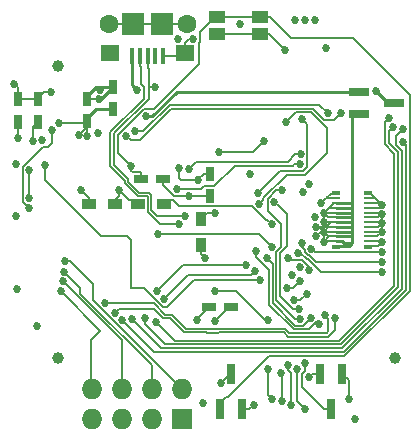
<source format=gbl>
G04 #@! TF.FileFunction,Copper,L4,Bot,Signal*
%FSLAX46Y46*%
G04 Gerber Fmt 4.6, Leading zero omitted, Abs format (unit mm)*
G04 Created by KiCad (PCBNEW (2015-11-03 BZR 6296)-product) date Sunday, November 08, 2015 'AMt' 09:49:25 AM*
%MOMM*%
G01*
G04 APERTURE LIST*
%ADD10C,0.100000*%
%ADD11R,1.600000X1.400000*%
%ADD12R,0.400000X1.350000*%
%ADD13R,1.900000X1.900000*%
%ADD14C,1.600000*%
%ADD15R,0.660000X0.230000*%
%ADD16R,0.660000X0.350000*%
%ADD17R,0.750000X1.200000*%
%ADD18R,1.200000X0.750000*%
%ADD19R,1.727200X1.727200*%
%ADD20O,1.727200X1.727200*%
%ADD21R,0.900000X1.200000*%
%ADD22R,1.200000X0.900000*%
%ADD23R,1.800860X0.800100*%
%ADD24R,0.800100X1.800860*%
%ADD25R,1.400000X1.050000*%
%ADD26C,1.000000*%
%ADD27C,0.685800*%
%ADD28C,0.685801*%
%ADD29C,0.254000*%
%ADD30C,0.152400*%
%ADD31C,0.175000*%
G04 APERTURE END LIST*
D10*
D11*
X139100000Y-93900000D03*
X145500000Y-93900000D03*
D12*
X141000000Y-94125000D03*
X141650000Y-94125000D03*
X142300000Y-94125000D03*
X142950000Y-94125000D03*
X143600000Y-94125000D03*
D13*
X141100000Y-91450000D03*
X143500000Y-91450000D03*
D14*
X139000000Y-91450000D03*
X145600000Y-91450000D03*
D15*
X161005000Y-106200000D03*
X158295000Y-106200000D03*
X161005000Y-109800000D03*
X158295000Y-109800000D03*
D16*
X161005000Y-105725000D03*
X158295000Y-105725000D03*
X161005000Y-110275000D03*
X158295000Y-110275000D03*
D15*
X158295000Y-109400000D03*
X161005000Y-109400000D03*
X158295000Y-109000000D03*
X161005000Y-109000000D03*
X158295000Y-108600000D03*
X161005000Y-108600000D03*
X158295000Y-108200000D03*
X161005000Y-108200000D03*
X158295000Y-107800000D03*
X161005000Y-107800000D03*
X158295000Y-107400000D03*
X161005000Y-107400000D03*
X158295000Y-107000000D03*
X161005000Y-107000000D03*
X158295000Y-106600000D03*
X161005000Y-106600000D03*
D17*
X131300000Y-99700000D03*
X131300000Y-97800000D03*
X133000000Y-99700000D03*
X133000000Y-97800000D03*
X137200000Y-97750000D03*
X137200000Y-99650000D03*
X147600000Y-106000000D03*
X147600000Y-104100000D03*
D18*
X149400000Y-115400000D03*
X147500000Y-115400000D03*
D19*
X145200000Y-124900000D03*
D20*
X145200000Y-122360000D03*
X142660000Y-124900000D03*
X142660000Y-122360000D03*
X140120000Y-124900000D03*
X140120000Y-122360000D03*
X137580000Y-124900000D03*
X137580000Y-122360000D03*
D21*
X146800000Y-110150000D03*
X146800000Y-107950000D03*
D22*
X143700000Y-106700000D03*
X141500000Y-106700000D03*
X139550000Y-106700000D03*
X137350000Y-106700000D03*
D18*
X141750000Y-104520000D03*
X143650000Y-104520000D03*
D23*
X160178860Y-99070000D03*
X160178860Y-97170000D03*
X163181140Y-98120000D03*
D24*
X150330000Y-124060000D03*
X148430000Y-124060000D03*
X149380000Y-121057720D03*
X156880000Y-121040000D03*
X158780000Y-121040000D03*
X157830000Y-124042280D03*
D25*
X151790000Y-92260000D03*
X148190000Y-92260000D03*
X151790000Y-90810000D03*
X148190000Y-90810000D03*
D26*
X134700000Y-119700000D03*
X163250000Y-119700000D03*
X134700000Y-94950000D03*
D17*
X139350000Y-96750000D03*
X139350000Y-98650000D03*
D27*
X144900000Y-92704672D03*
X150150000Y-91450000D03*
X156500000Y-91100000D03*
X155650000Y-91100000D03*
X155950000Y-121300000D03*
X147000000Y-123500000D03*
X131297963Y-101109677D03*
X136500000Y-100850000D03*
X134800000Y-99850000D03*
X131200000Y-103250000D03*
X137200000Y-100900000D03*
X148000000Y-116600000D03*
X132942400Y-117000000D03*
D28*
X155484831Y-105661094D03*
D27*
X145000000Y-103600000D03*
X146600000Y-104599956D03*
X154795302Y-91100000D03*
X146150000Y-92700000D03*
X138250000Y-97050000D03*
X148500000Y-121800000D03*
X145800000Y-106000000D03*
X157450000Y-93500000D03*
X153950000Y-93650000D03*
X159900000Y-124900000D03*
X147123669Y-111240000D03*
X138118860Y-100652772D03*
X136700000Y-105500000D03*
X131000000Y-96500000D03*
X133405953Y-101223562D03*
X138150000Y-97750000D03*
X131250000Y-113900000D03*
X131200000Y-107650000D03*
X134103781Y-97226350D03*
X146500000Y-116500000D03*
X151000000Y-104100000D03*
X156000058Y-104999926D03*
X156000057Y-104999927D03*
D28*
X162150000Y-109849998D03*
X162150000Y-106750000D03*
X162150000Y-107500006D03*
X162150000Y-108250000D03*
X162150004Y-109000000D03*
D27*
X132570122Y-101325370D03*
X161650000Y-97100000D03*
X142174351Y-99246033D03*
X141395866Y-96995884D03*
X157200000Y-107450000D03*
X156500000Y-107750000D03*
X157200000Y-108200000D03*
D28*
X157199998Y-109000000D03*
X157199998Y-109850000D03*
X156550004Y-108600000D03*
X156550000Y-109400000D03*
D27*
X144928480Y-108350000D03*
X145450000Y-107650000D03*
X142950000Y-96800000D03*
X135275482Y-111534250D03*
X135211561Y-112386804D03*
X135120000Y-113220000D03*
X134950000Y-114070000D03*
X162718203Y-99409070D03*
X143000000Y-116650000D03*
D28*
X163086722Y-100161927D03*
D27*
X142100000Y-116350000D03*
D28*
X163908480Y-100327191D03*
D27*
X141003006Y-116399407D03*
D28*
X163908480Y-101402757D03*
D27*
X140174437Y-116526186D03*
X155600000Y-124017076D03*
X154928555Y-120647684D03*
X154159917Y-120313327D03*
X154436257Y-123693957D03*
X153623999Y-120957834D03*
X153686037Y-123320099D03*
X152866253Y-123145303D03*
X152466973Y-120604681D03*
X140515673Y-100904688D03*
X158699998Y-98950000D03*
X141252762Y-100505566D03*
X157550000Y-99000000D03*
X156164716Y-110444858D03*
X162152957Y-110738207D03*
X155358534Y-109999543D03*
X162118150Y-111575696D03*
X155028501Y-110807125D03*
X162156514Y-112413029D03*
X154085953Y-113766036D03*
D28*
X155236520Y-113183346D03*
D27*
X154690742Y-114803827D03*
D28*
X155768513Y-114264986D03*
D27*
X153047701Y-106481914D03*
D28*
X155083600Y-115556054D03*
D27*
X153682687Y-105522576D03*
D28*
X155238794Y-116379773D03*
D27*
X152442830Y-111269513D03*
D28*
X156121678Y-116305139D03*
D27*
X151500000Y-110650000D03*
D28*
X156850162Y-116804780D03*
D27*
X138726019Y-115077767D03*
D28*
X157298385Y-116096476D03*
D27*
X139580652Y-115932401D03*
D28*
X158170500Y-116353781D03*
D27*
X133600000Y-103350000D03*
X151800000Y-113100000D03*
D28*
X154573456Y-112664263D03*
D27*
X152821279Y-110275352D03*
X154224771Y-111209680D03*
X143150000Y-109200000D03*
D28*
X155983285Y-112276038D03*
X155175337Y-111971893D03*
D27*
X143667109Y-114677791D03*
X151363221Y-112306208D03*
X143107184Y-114054025D03*
X150639823Y-111836527D03*
X145835271Y-103670153D03*
D28*
X155266806Y-102471889D03*
D27*
X144775386Y-105377364D03*
D28*
X155203574Y-103307713D03*
D27*
X157000000Y-106600000D03*
X152800000Y-108400000D03*
X151754125Y-106645875D03*
D28*
X154050000Y-99750000D03*
X155400000Y-99500000D03*
D27*
X151664487Y-105750346D03*
X152150000Y-101350000D03*
X148350000Y-102250000D03*
X139870000Y-105460000D03*
X132300000Y-103800000D03*
X132300000Y-106152400D03*
X134200000Y-100445302D03*
X132247558Y-106988970D03*
X140930582Y-103462331D03*
X159330000Y-123220000D03*
X151310000Y-123660000D03*
X155590000Y-120110000D03*
X152540000Y-116530000D03*
X148040000Y-114000000D03*
X148000000Y-107400121D03*
D29*
X139350000Y-98650000D02*
X137975000Y-98650000D01*
X137975000Y-98650000D02*
X137200000Y-99425000D01*
X137200000Y-99425000D02*
X137200000Y-99650000D01*
D30*
X148000000Y-116600000D02*
X149200000Y-115400000D01*
X149200000Y-115400000D02*
X149400000Y-115400000D01*
X156880000Y-121040000D02*
X156210000Y-121040000D01*
X156210000Y-121040000D02*
X155950000Y-121300000D01*
X146600000Y-104599956D02*
X145102356Y-104599956D01*
X145102356Y-104599956D02*
X145000000Y-104497600D01*
X145000000Y-104497600D02*
X145000000Y-103600000D01*
X131300000Y-99700000D02*
X131300000Y-101107640D01*
X131300000Y-101107640D02*
X131297963Y-101109677D01*
X137200000Y-99650000D02*
X137200000Y-100150000D01*
X137200000Y-100150000D02*
X136500000Y-100850000D01*
X137200000Y-100900000D02*
X137200000Y-99650000D01*
X134800000Y-99850000D02*
X137000000Y-99850000D01*
X137000000Y-99850000D02*
X137200000Y-99650000D01*
X146600000Y-104572600D02*
X146600000Y-104599956D01*
X147072600Y-104100000D02*
X146600000Y-104572600D01*
X147600000Y-104100000D02*
X147072600Y-104100000D01*
X143500000Y-91450000D02*
X145600000Y-91450000D01*
X141100000Y-91450000D02*
X142202400Y-91450000D01*
X142202400Y-91450000D02*
X143500000Y-91450000D01*
X139000000Y-91450000D02*
X141100000Y-91450000D01*
X145500000Y-93047600D02*
X145847600Y-92700000D01*
X145847600Y-92700000D02*
X146150000Y-92700000D01*
X145500000Y-93900000D02*
X145500000Y-93047600D01*
D29*
X138250000Y-96750000D02*
X137975000Y-96750000D01*
X139350000Y-96750000D02*
X138250000Y-96750000D01*
X138250000Y-96750000D02*
X138250000Y-97050000D01*
X138150000Y-97750000D02*
X138350000Y-97750000D01*
X138350000Y-97750000D02*
X139350000Y-96750000D01*
X137975000Y-96750000D02*
X137200000Y-97525000D01*
X137200000Y-97525000D02*
X137200000Y-97750000D01*
D30*
X138150000Y-97750000D02*
X137200000Y-97750000D01*
X143600000Y-94125000D02*
X145275000Y-94125000D01*
X145275000Y-94125000D02*
X145500000Y-93900000D01*
X146500000Y-116500000D02*
X146500000Y-116400000D01*
X146500000Y-116400000D02*
X147500000Y-115400000D01*
X149380000Y-121057720D02*
X149242280Y-121057720D01*
X149242280Y-121057720D02*
X148500000Y-121800000D01*
X144552198Y-106000000D02*
X145315067Y-106000000D01*
X143650000Y-104520000D02*
X143650000Y-105097802D01*
X145800000Y-106000000D02*
X147072600Y-106000000D01*
X143650000Y-105097802D02*
X144552198Y-106000000D01*
X145315067Y-106000000D02*
X145800000Y-106000000D01*
X147072600Y-106000000D02*
X147600000Y-106000000D01*
X151790000Y-92260000D02*
X148190000Y-92260000D01*
X153950000Y-93650000D02*
X152560000Y-92260000D01*
X152560000Y-92260000D02*
X151790000Y-92260000D01*
D31*
X161005000Y-106200000D02*
X161600000Y-106200000D01*
X161600000Y-106200000D02*
X162150000Y-106750000D01*
X161005000Y-105800000D02*
X161200000Y-105800000D01*
X161200000Y-105800000D02*
X162150000Y-106750000D01*
D30*
X146800000Y-110150000D02*
X146800000Y-110916331D01*
X146800000Y-110916331D02*
X147123669Y-111240000D01*
X137350000Y-106700000D02*
X137350000Y-106150000D01*
X137350000Y-106150000D02*
X136700000Y-105500000D01*
X131300000Y-97800000D02*
X131300000Y-96800000D01*
X131300000Y-96800000D02*
X131000000Y-96500000D01*
X133000000Y-97800000D02*
X131300000Y-97800000D01*
X134103781Y-97226350D02*
X133573650Y-97226350D01*
X133573650Y-97226350D02*
X133000000Y-97800000D01*
X133350000Y-101167609D02*
X133405953Y-101223562D01*
X161005000Y-110200000D02*
X161799998Y-110200000D01*
X161799998Y-110200000D02*
X162150000Y-109849998D01*
D31*
X161807101Y-109792899D02*
X162092901Y-109792899D01*
X161005000Y-109800000D02*
X161800000Y-109800000D01*
X161800000Y-109800000D02*
X161807101Y-109792899D01*
X162092901Y-109792899D02*
X162150000Y-109849998D01*
X161005000Y-106600000D02*
X162000000Y-106600000D01*
X162000000Y-106600000D02*
X162150000Y-106750000D01*
X161005000Y-107000000D02*
X161900000Y-107000000D01*
X161900000Y-107000000D02*
X162150000Y-106750000D01*
X161005000Y-107400000D02*
X162049994Y-107400000D01*
X162049994Y-107400000D02*
X162150000Y-107500006D01*
X161005000Y-107800000D02*
X161850006Y-107800000D01*
X161850006Y-107800000D02*
X162150000Y-107500006D01*
X161005000Y-108200000D02*
X162100000Y-108200000D01*
X162100000Y-108200000D02*
X162150000Y-108250000D01*
X161005000Y-108600000D02*
X161800000Y-108600000D01*
X161800000Y-108600000D02*
X162150000Y-108250000D01*
X161005000Y-109000000D02*
X162150004Y-109000000D01*
X161005000Y-109400000D02*
X161750004Y-109400000D01*
X161750004Y-109400000D02*
X162150004Y-109000000D01*
D30*
X162150004Y-108515067D02*
X162150004Y-109000000D01*
X162150004Y-107583804D02*
X162150004Y-108515067D01*
X132570122Y-101325370D02*
X132570122Y-100129878D01*
X132570122Y-100129878D02*
X133000000Y-99700000D01*
D29*
X163181140Y-98120000D02*
X162670000Y-98120000D01*
X162670000Y-98120000D02*
X161650000Y-97100000D01*
X160178860Y-97170000D02*
X144782908Y-97170000D01*
X142659284Y-99246033D02*
X142174351Y-99246033D01*
X144782908Y-97170000D02*
X142706875Y-99246033D01*
X142706875Y-99246033D02*
X142659284Y-99246033D01*
X141052967Y-96652985D02*
X141395866Y-96995884D01*
X141000000Y-96600018D02*
X141052967Y-96652985D01*
X141000000Y-94125000D02*
X141000000Y-96600018D01*
D30*
X156550004Y-108600000D02*
X156799998Y-108600000D01*
X156799998Y-108600000D02*
X157199998Y-109000000D01*
X157200000Y-108200000D02*
X157200000Y-107450000D01*
X157199998Y-109850000D02*
X157199998Y-109000000D01*
X158295000Y-107800000D02*
X157550000Y-107800000D01*
X157550000Y-107800000D02*
X157200000Y-107450000D01*
X158295000Y-107000000D02*
X157650000Y-107000000D01*
X157650000Y-107000000D02*
X157200000Y-107450000D01*
X158295000Y-106600000D02*
X158050000Y-106600000D01*
X158050000Y-106600000D02*
X157200000Y-107450000D01*
X158295000Y-107400000D02*
X157250000Y-107400000D01*
X157250000Y-107400000D02*
X157200000Y-107450000D01*
X158295000Y-108200000D02*
X157200000Y-108200000D01*
D29*
X159600000Y-106600000D02*
X159600000Y-99400000D01*
D30*
X157034937Y-108600000D02*
X156550004Y-108600000D01*
X158295000Y-108200000D02*
X157812600Y-108200000D01*
X157812600Y-108200000D02*
X157412600Y-108600000D01*
X157412600Y-108600000D02*
X157034937Y-108600000D01*
D29*
X158295000Y-110200000D02*
X159350000Y-110200000D01*
X159350000Y-110200000D02*
X159600000Y-109950000D01*
X158295000Y-109800000D02*
X158777400Y-109800000D01*
X158777400Y-109800000D02*
X158927400Y-109950000D01*
X158927400Y-109950000D02*
X159600000Y-109950000D01*
X159600000Y-109000000D02*
X159600000Y-109400000D01*
X159600000Y-109400000D02*
X159600000Y-109950000D01*
X158295000Y-109400000D02*
X159600000Y-109400000D01*
X159600000Y-108600000D02*
X159600000Y-109000000D01*
X158295000Y-109000000D02*
X158777400Y-109000000D01*
X158777400Y-109000000D02*
X159600000Y-109000000D01*
X159600000Y-108200000D02*
X159600000Y-108600000D01*
X158295000Y-108600000D02*
X159600000Y-108600000D01*
X159600000Y-107800000D02*
X159600000Y-108200000D01*
X158295000Y-108200000D02*
X158777400Y-108200000D01*
X158777400Y-108200000D02*
X159600000Y-108200000D01*
D30*
X158295000Y-109400000D02*
X157649998Y-109400000D01*
X157649998Y-109400000D02*
X157199998Y-109850000D01*
X157599998Y-108600000D02*
X157542897Y-108657101D01*
X158295000Y-108600000D02*
X157599998Y-108600000D01*
X158295000Y-109400000D02*
X157599998Y-109400000D01*
X157542897Y-108657101D02*
X157199998Y-109000000D01*
X157599998Y-109400000D02*
X157542897Y-109342899D01*
X157542897Y-109342899D02*
X157199998Y-109000000D01*
X158295000Y-109800000D02*
X157249998Y-109800000D01*
X157249998Y-109800000D02*
X157199998Y-109850000D01*
X158295000Y-109000000D02*
X156950000Y-109000000D01*
X156950000Y-109000000D02*
X156550000Y-109400000D01*
D29*
X159600000Y-107450000D02*
X159600000Y-107800000D01*
X159100000Y-107800000D02*
X159600000Y-107800000D01*
X158295000Y-107800000D02*
X159100000Y-107800000D01*
X159600000Y-106600000D02*
X159600000Y-107000000D01*
X158295000Y-106600000D02*
X159600000Y-106600000D01*
X159600000Y-107000000D02*
X159600000Y-107450000D01*
X158295000Y-107000000D02*
X159600000Y-107000000D01*
X158295000Y-107400000D02*
X159550000Y-107400000D01*
D31*
X159550000Y-107400000D02*
X159600000Y-107450000D01*
D30*
X141971502Y-96725678D02*
X141971502Y-97778498D01*
X139150000Y-100600000D02*
X139150000Y-101687138D01*
X140351502Y-104892569D02*
X141480332Y-106021399D01*
X141480332Y-106021399D02*
X142282881Y-106021399D01*
X141971502Y-97778498D02*
X139150000Y-100600000D01*
X141650000Y-94952400D02*
X141749100Y-95051500D01*
X142328601Y-106067119D02*
X142328601Y-107339668D01*
X141749100Y-95051500D02*
X141749100Y-96503276D01*
X141650000Y-94125000D02*
X141650000Y-94952400D01*
X141749100Y-96503276D02*
X141971502Y-96725678D01*
X140351502Y-104695678D02*
X140351502Y-104892569D01*
X139150000Y-101687138D02*
X139137502Y-101699636D01*
X139137502Y-101699636D02*
X139137502Y-103481678D01*
X139137502Y-103481678D02*
X140351502Y-104695678D01*
X142282881Y-106021399D02*
X142328601Y-106067119D01*
X142328601Y-107339668D02*
X143338933Y-108350000D01*
X143338933Y-108350000D02*
X144443547Y-108350000D01*
X144443547Y-108350000D02*
X144928480Y-108350000D01*
X145450000Y-107650000D02*
X143070000Y-107650000D01*
X139495189Y-103408298D02*
X139495189Y-100685877D01*
X142409137Y-105716588D02*
X141606588Y-105716588D01*
X142399100Y-97781966D02*
X142399100Y-96850000D01*
X139495189Y-100685877D02*
X142399100Y-97781966D01*
X141606588Y-105716588D02*
X140656313Y-104766313D01*
X142633412Y-107213412D02*
X142633412Y-105940863D01*
X143070000Y-107650000D02*
X142633412Y-107213412D01*
X140656313Y-104766313D02*
X140656313Y-104569422D01*
X140656313Y-104569422D02*
X139495189Y-103408298D01*
X142633412Y-105940863D02*
X142409137Y-105716588D01*
X142399100Y-96850000D02*
X142399100Y-95212540D01*
X142399100Y-95212540D02*
X142300000Y-95113440D01*
X142300000Y-95113440D02*
X142300000Y-94125000D01*
X142950000Y-96800000D02*
X142449100Y-96800000D01*
X142449100Y-96800000D02*
X142399100Y-96850000D01*
X137659622Y-113433457D02*
X137659622Y-114819622D01*
X137659622Y-114819622D02*
X145200000Y-122360000D01*
X135760415Y-111534250D02*
X135275482Y-111534250D01*
X137659622Y-113433457D02*
X135760415Y-111534250D01*
X135554460Y-112729703D02*
X135211561Y-112386804D01*
X142660000Y-120328933D02*
X136604811Y-114273745D01*
X136604811Y-114273745D02*
X136604811Y-113780054D01*
X142660000Y-122360000D02*
X142660000Y-120328933D01*
X136604811Y-113780054D02*
X135554460Y-112729703D01*
X135120000Y-113220000D02*
X140120000Y-118220000D01*
X140120000Y-118220000D02*
X140120000Y-122360000D01*
X134950000Y-114070000D02*
X138296201Y-117416201D01*
X138296201Y-117416201D02*
X137550000Y-118162402D01*
X137550000Y-122330000D02*
X137580000Y-122360000D01*
X137550000Y-118162402D02*
X137550000Y-122330000D01*
X162375304Y-99751969D02*
X162718203Y-99409070D01*
X162375304Y-101577539D02*
X162375304Y-99751969D01*
X163200000Y-102402235D02*
X162375304Y-101577539D01*
X163200000Y-113575736D02*
X163200000Y-102402235D01*
X144600000Y-118250000D02*
X158525735Y-118250000D01*
X143000000Y-116650000D02*
X144600000Y-118250000D01*
X158525735Y-118250000D02*
X163200000Y-113575736D01*
X158651990Y-118554811D02*
X163504811Y-113701991D01*
X162743823Y-100504826D02*
X163086722Y-100161927D01*
X163504811Y-113701991D02*
X163504811Y-102275980D01*
X162743823Y-101514992D02*
X162743823Y-100504826D01*
X143819878Y-118554811D02*
X158651990Y-118554811D01*
X142100000Y-116834933D02*
X143819878Y-118554811D01*
X163504811Y-102275980D02*
X162743823Y-101514992D01*
X142100000Y-116350000D02*
X142100000Y-116834933D01*
X158778246Y-118859622D02*
X163809622Y-113828245D01*
X163809622Y-102149724D02*
X163336978Y-101677080D01*
X143463221Y-118859622D02*
X158778246Y-118859622D01*
X163336978Y-101677080D02*
X163336978Y-100898693D01*
X141003006Y-116399407D02*
X143463221Y-118859622D01*
X163336978Y-100898693D02*
X163565581Y-100670090D01*
X163809622Y-113828245D02*
X163809622Y-102149724D01*
X163565581Y-100670090D02*
X163908480Y-100327191D01*
X140174437Y-116526186D02*
X142812684Y-119164433D01*
X142812684Y-119164433D02*
X158904501Y-119164433D01*
X164154884Y-101649161D02*
X163908480Y-101402757D01*
X164154884Y-113914050D02*
X164154884Y-101649161D01*
X158904501Y-119164433D02*
X164154884Y-113914050D01*
X154928555Y-120647684D02*
X154928555Y-123345631D01*
X154928555Y-123345631D02*
X155257101Y-123674177D01*
X155257101Y-123674177D02*
X155600000Y-124017076D01*
X154159917Y-120725488D02*
X154159917Y-120313327D01*
X154436257Y-121001828D02*
X154159917Y-120725488D01*
X154436257Y-123693957D02*
X154436257Y-121001828D01*
X153686037Y-121019872D02*
X153623999Y-120957834D01*
X153686037Y-123320099D02*
X153686037Y-121019872D01*
X152466973Y-122746023D02*
X152523354Y-122802404D01*
X152523354Y-122802404D02*
X152866253Y-123145303D01*
X152466973Y-120604681D02*
X152466973Y-122746023D01*
X140858572Y-101247587D02*
X140515673Y-100904688D01*
X144286884Y-98600000D02*
X141639297Y-101247587D01*
X141639297Y-101247587D02*
X140858572Y-101247587D01*
X157275679Y-99571501D02*
X156304178Y-98600000D01*
X158699998Y-98950000D02*
X158078497Y-99571501D01*
X158078497Y-99571501D02*
X157275679Y-99571501D01*
X156304178Y-98600000D02*
X144286884Y-98600000D01*
X157550000Y-99000000D02*
X156807102Y-98257102D01*
X156807102Y-98257102D02*
X144198716Y-98257102D01*
X144198716Y-98257102D02*
X141950252Y-100505566D01*
X141950252Y-100505566D02*
X141737695Y-100505566D01*
X141737695Y-100505566D02*
X141252762Y-100505566D01*
X162152957Y-110738207D02*
X156458065Y-110738207D01*
X156458065Y-110738207D02*
X156164716Y-110444858D01*
X155358534Y-110291334D02*
X155358534Y-109999543D01*
X156544720Y-111575696D02*
X155985411Y-111016387D01*
X155600003Y-110532803D02*
X155358534Y-110291334D01*
X155890216Y-111016387D02*
X155600003Y-110726174D01*
X162118150Y-111575696D02*
X156544720Y-111575696D01*
X155600003Y-110726174D02*
X155600003Y-110532803D01*
X155985411Y-111016387D02*
X155890216Y-111016387D01*
X162156514Y-112413029D02*
X156950540Y-112413029D01*
X155249887Y-110807125D02*
X155028501Y-110807125D01*
X155858709Y-111321198D02*
X155763960Y-111321198D01*
X156950540Y-112413029D02*
X155858709Y-111321198D01*
X155763960Y-111321198D02*
X155249887Y-110807125D01*
X154570886Y-113766036D02*
X154085953Y-113766036D01*
X155236520Y-113183346D02*
X154653830Y-113766036D01*
X154653830Y-113766036D02*
X154570886Y-113766036D01*
X155229672Y-114803827D02*
X155175675Y-114803827D01*
X155768513Y-114264986D02*
X155229672Y-114803827D01*
X155175675Y-114803827D02*
X154690742Y-114803827D01*
X154078499Y-107512712D02*
X153390600Y-106824813D01*
X153390600Y-106824813D02*
X153047701Y-106481914D01*
X154598667Y-115556054D02*
X153514433Y-114471820D01*
X155083600Y-115556054D02*
X154598667Y-115556054D01*
X153514433Y-110821517D02*
X154078499Y-110257451D01*
X154078499Y-110257451D02*
X154078499Y-107512712D01*
X153514433Y-114471820D02*
X153514433Y-110821517D01*
X152476199Y-107230377D02*
X152476199Y-106244131D01*
X154753861Y-116379773D02*
X153209622Y-114835534D01*
X153614986Y-110289897D02*
X153614986Y-108369164D01*
X153209622Y-114835534D02*
X153209622Y-110695261D01*
X153209622Y-110695261D02*
X153614986Y-110289897D01*
X153197754Y-105522576D02*
X153682687Y-105522576D01*
X152476199Y-106244131D02*
X153197754Y-105522576D01*
X153614986Y-108369164D02*
X152476199Y-107230377D01*
X155238794Y-116379773D02*
X154753861Y-116379773D01*
X152904811Y-115088086D02*
X152904811Y-111731494D01*
X152785729Y-111612412D02*
X152442830Y-111269513D01*
X156121678Y-116305139D02*
X155446060Y-116980756D01*
X154797481Y-116980756D02*
X152904811Y-115088086D01*
X155446060Y-116980756D02*
X154797481Y-116980756D01*
X152904811Y-111731494D02*
X152785729Y-111612412D01*
X155987074Y-117285567D02*
X156659011Y-116613630D01*
X152600001Y-112234934D02*
X152600002Y-115214343D01*
X151500000Y-111134933D02*
X152600001Y-112234934D01*
X154671226Y-117285567D02*
X155987074Y-117285567D01*
X151500000Y-110650000D02*
X151500000Y-111134933D01*
X152600002Y-115214343D02*
X154671226Y-117285567D01*
X156850162Y-116804780D02*
X156850162Y-116800162D01*
X156850162Y-116800162D02*
X156661321Y-116611321D01*
X157598999Y-116397090D02*
X157598999Y-117449937D01*
X144371399Y-116040378D02*
X143790378Y-116040378D01*
X154302512Y-117590378D02*
X153952512Y-117240378D01*
X157458557Y-117590378D02*
X154302512Y-117590378D01*
X145571399Y-117240378D02*
X144371399Y-116040378D01*
X139210952Y-115077767D02*
X138726019Y-115077767D01*
X143790378Y-116040378D02*
X142827767Y-115077767D01*
X147394554Y-117240378D02*
X145571399Y-117240378D01*
X147425678Y-117271502D02*
X147394554Y-117240378D01*
X157598999Y-117449937D02*
X157458557Y-117590378D01*
X153952512Y-117240378D02*
X148205446Y-117240378D01*
X142827767Y-115077767D02*
X139210952Y-115077767D01*
X148174322Y-117271502D02*
X147425678Y-117271502D01*
X148205446Y-117240378D02*
X148174322Y-117271502D01*
X157298385Y-116096476D02*
X157598999Y-116397090D01*
X157584813Y-117895189D02*
X154176256Y-117895189D01*
X148331702Y-117545189D02*
X148300578Y-117576313D01*
X145377640Y-117545189D02*
X144177640Y-116345189D01*
X139923551Y-115589502D02*
X139580652Y-115932401D01*
X142820569Y-115589502D02*
X139923551Y-115589502D01*
X147268298Y-117545189D02*
X145377640Y-117545189D01*
X143576256Y-116345189D02*
X142820569Y-115589502D01*
X144177640Y-116345189D02*
X143576256Y-116345189D01*
X148300578Y-117576313D02*
X147299422Y-117576313D01*
X153826256Y-117545189D02*
X148331702Y-117545189D01*
X154176256Y-117895189D02*
X153826256Y-117545189D01*
X158170500Y-117309502D02*
X157584813Y-117895189D01*
X158170500Y-116353781D02*
X158170500Y-117309502D01*
X147299422Y-117576313D02*
X147268298Y-117545189D01*
X144371399Y-114992119D02*
X143968329Y-115395189D01*
X143968329Y-115395189D02*
X143576256Y-115395189D01*
X143576256Y-115395189D02*
X141981067Y-113800000D01*
X141981067Y-113800000D02*
X140900000Y-113800000D01*
X140900000Y-113800000D02*
X140900000Y-109750000D01*
X140900000Y-109750000D02*
X140550000Y-109400000D01*
X133600000Y-104600000D02*
X133600000Y-103350000D01*
X140550000Y-109400000D02*
X138400000Y-109400000D01*
X138400000Y-109400000D02*
X133600000Y-104600000D01*
X146263518Y-113100000D02*
X144371399Y-114992119D01*
X151800000Y-113100000D02*
X146263518Y-113100000D01*
X144371399Y-114992119D02*
X144357881Y-114992119D01*
X154393736Y-111378645D02*
X154224771Y-111209680D01*
X155983285Y-111971589D02*
X155390341Y-111378645D01*
X155390341Y-111378645D02*
X154393736Y-111378645D01*
X155983285Y-112276038D02*
X155983285Y-111971589D01*
X151745927Y-109200000D02*
X152478380Y-109932453D01*
X143150000Y-109200000D02*
X151745927Y-109200000D01*
X152478380Y-109932453D02*
X152821279Y-110275352D01*
X144010008Y-114334892D02*
X143667109Y-114677791D01*
X151363221Y-112306208D02*
X151020322Y-112649107D01*
X145695793Y-112649107D02*
X144010008Y-114334892D01*
X151020322Y-112649107D02*
X145695793Y-112649107D01*
X143450083Y-113711126D02*
X143107184Y-114054025D01*
X150639823Y-111836527D02*
X145324682Y-111836527D01*
X145324682Y-111836527D02*
X143450083Y-113711126D01*
X146427448Y-103077976D02*
X146178170Y-103327254D01*
X154781873Y-102471889D02*
X154175786Y-103077976D01*
X155266806Y-102471889D02*
X154781873Y-102471889D01*
X146178170Y-103327254D02*
X145835271Y-103670153D01*
X154175786Y-103077976D02*
X146427448Y-103077976D01*
X155203574Y-103307713D02*
X154718641Y-103307713D01*
X145260319Y-105377364D02*
X144775386Y-105377364D01*
X149677002Y-103423669D02*
X147950671Y-105150000D01*
X147095824Y-105150000D02*
X146868460Y-105377364D01*
X147950671Y-105150000D02*
X147095824Y-105150000D01*
X154602685Y-103423669D02*
X149677002Y-103423669D01*
X154718641Y-103307713D02*
X154602685Y-103423669D01*
X146868460Y-105377364D02*
X145260319Y-105377364D01*
X158295000Y-105800000D02*
X157800000Y-105800000D01*
X157800000Y-105800000D02*
X157400000Y-106200000D01*
X158295000Y-106200000D02*
X157400000Y-106200000D01*
X157400000Y-106200000D02*
X157000000Y-106600000D01*
X152357101Y-108057101D02*
X151128601Y-106828601D01*
X152800000Y-108400000D02*
X152457101Y-108057101D01*
X144452400Y-106350000D02*
X143700000Y-106350000D01*
X152457101Y-108057101D02*
X152357101Y-108057101D01*
X151128601Y-106828601D02*
X144931001Y-106828601D01*
X144931001Y-106828601D02*
X144452400Y-106350000D01*
X154068697Y-104184027D02*
X152097024Y-106155700D01*
X152097024Y-106302976D02*
X151754125Y-106645875D01*
X157471502Y-100198391D02*
X157471502Y-102316678D01*
X156177922Y-98904811D02*
X157471502Y-100198391D01*
X152097024Y-106155700D02*
X152097024Y-106302976D01*
X154895189Y-98904811D02*
X156177922Y-98904811D01*
X154050000Y-99750000D02*
X154895189Y-98904811D01*
X155604153Y-104184027D02*
X154068697Y-104184027D01*
X157471502Y-102316678D02*
X155604153Y-104184027D01*
X155742899Y-99842899D02*
X155400000Y-99500000D01*
X155842899Y-99942899D02*
X155742899Y-99842899D01*
X153535617Y-103879216D02*
X155473472Y-103879216D01*
X155473472Y-103879216D02*
X155842899Y-103509789D01*
X155842899Y-103509789D02*
X155842899Y-99942899D01*
X151664487Y-105750346D02*
X153535617Y-103879216D01*
X151250000Y-102250000D02*
X151807101Y-101692899D01*
X148350000Y-102250000D02*
X151250000Y-102250000D01*
X151807101Y-101692899D02*
X152150000Y-101350000D01*
X140212899Y-105802899D02*
X139870000Y-105460000D01*
X141500000Y-106350000D02*
X140760000Y-106350000D01*
X140760000Y-106350000D02*
X140212899Y-105802899D01*
X139870000Y-106030000D02*
X139870000Y-105944933D01*
X139870000Y-105944933D02*
X139870000Y-105460000D01*
X139550000Y-106350000D02*
X139870000Y-106030000D01*
X132300000Y-106152400D02*
X132300000Y-103800000D01*
X134200000Y-100445302D02*
X134200000Y-101476137D01*
X134200000Y-101476137D02*
X133864654Y-101811483D01*
X133864654Y-101811483D02*
X133473743Y-101811483D01*
X133473743Y-101811483D02*
X131728499Y-103556727D01*
X131728499Y-106469911D02*
X132247558Y-106988970D01*
X131728499Y-103556727D02*
X131728499Y-106469911D01*
X139800000Y-102331749D02*
X140587683Y-103119432D01*
X146721502Y-92103498D02*
X146721502Y-92974322D01*
X142840000Y-98610000D02*
X142002133Y-98610000D01*
X146627710Y-94822290D02*
X142840000Y-98610000D01*
X146627710Y-93068114D02*
X146627710Y-94822290D01*
X146721502Y-92974322D02*
X146627710Y-93068114D01*
X148015000Y-90810000D02*
X146721502Y-92103498D01*
X148190000Y-90810000D02*
X148015000Y-90810000D01*
X139800000Y-100812132D02*
X139800000Y-102331749D01*
X142002133Y-98610000D02*
X139800000Y-100812132D01*
X140587683Y-103119432D02*
X140930582Y-103462331D01*
X140930582Y-103462331D02*
X140930582Y-103833767D01*
X140930582Y-103833767D02*
X141046815Y-103950000D01*
X141046815Y-103950000D02*
X141707400Y-103950000D01*
X141707400Y-103950000D02*
X141750000Y-103992600D01*
X141750000Y-103992600D02*
X141750000Y-104520000D01*
X152642400Y-90810000D02*
X151790000Y-90810000D01*
X159670000Y-92630000D02*
X154462400Y-92630000D01*
X164480000Y-97440000D02*
X159670000Y-92630000D01*
X154462400Y-92630000D02*
X152642400Y-90810000D01*
X148982450Y-123007170D02*
X149142512Y-123007170D01*
X164480000Y-114020000D02*
X164480000Y-97440000D01*
X158961501Y-119538499D02*
X164480000Y-114020000D01*
X148430000Y-123559620D02*
X148982450Y-123007170D01*
X148430000Y-124060000D02*
X148430000Y-123559620D01*
X152611183Y-119538499D02*
X158961501Y-119538499D01*
X149142512Y-123007170D02*
X152611183Y-119538499D01*
X151790000Y-90810000D02*
X148190000Y-90810000D01*
X159330000Y-123220000D02*
X159330000Y-121590000D01*
X159330000Y-121590000D02*
X158780000Y-121040000D01*
X150330000Y-124060000D02*
X150910000Y-124060000D01*
X150910000Y-124060000D02*
X151310000Y-123660000D01*
X148040000Y-114000000D02*
X149750000Y-114000000D01*
X149750000Y-114000000D02*
X152280000Y-116530000D01*
X152280000Y-116530000D02*
X152540000Y-116530000D01*
X157277550Y-124042280D02*
X157830000Y-124042280D01*
X155378498Y-122143228D02*
X157277550Y-124042280D01*
X155378498Y-121025678D02*
X155378498Y-122143228D01*
X155590000Y-120814176D02*
X155378498Y-121025678D01*
X155590000Y-120110000D02*
X155590000Y-120814176D01*
X148000000Y-107400121D02*
X147349879Y-107400121D01*
X147349879Y-107400121D02*
X146800000Y-107950000D01*
M02*

</source>
